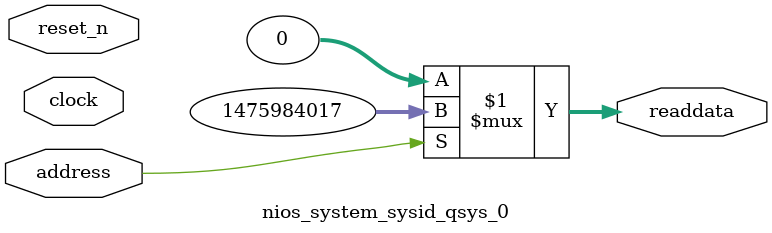
<source format=v>

`timescale 1ns / 1ps
// synthesis translate_on

// turn off superfluous verilog processor warnings 
// altera message_level Level1 
// altera message_off 10034 10035 10036 10037 10230 10240 10030 

module nios_system_sysid_qsys_0 (
               // inputs:
                address,
                clock,
                reset_n,

               // outputs:
                readdata
             )
;

  output  [ 31: 0] readdata;
  input            address;
  input            clock;
  input            reset_n;

  wire    [ 31: 0] readdata;
  //control_slave, which is an e_avalon_slave
  assign readdata = address ? 1475984017 : 0;

endmodule




</source>
